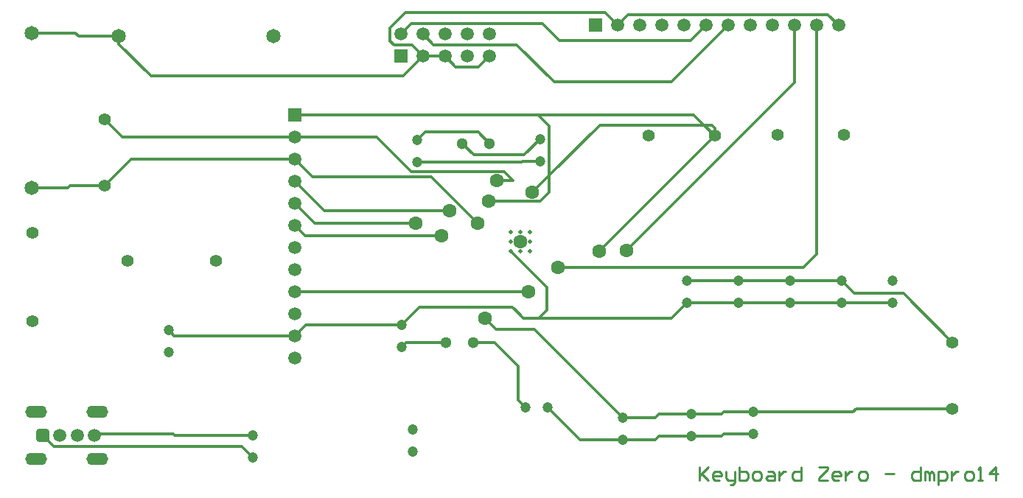
<source format=gbl>
%FSLAX25Y25*%
%MOIN*%
G70*
G01*
G75*
G04 Layer_Physical_Order=3*
G04 Layer_Color=16711680*
%ADD10O,0.02953X0.01181*%
%ADD11O,0.01181X0.02953*%
%ADD12R,0.14173X0.14173*%
%ADD13R,0.12992X0.09449*%
%ADD14R,0.05118X0.02165*%
%ADD15C,0.01181*%
%ADD16C,0.05512*%
%ADD17C,0.04724*%
%ADD18C,0.05118*%
%ADD19R,0.05906X0.05906*%
%ADD20C,0.05906*%
%ADD21R,0.05906X0.05906*%
%ADD22C,0.06496*%
%ADD23O,0.09843X0.05512*%
G04:AMPARAMS|DCode=24|XSize=59.84mil|YSize=59.84mil|CornerRadius=14.96mil|HoleSize=0mil|Usage=FLASHONLY|Rotation=270.000|XOffset=0mil|YOffset=0mil|HoleType=Round|Shape=RoundedRectangle|*
%AMROUNDEDRECTD24*
21,1,0.05984,0.02992,0,0,270.0*
21,1,0.02992,0.05984,0,0,270.0*
1,1,0.02992,-0.01496,-0.01496*
1,1,0.02992,-0.01496,0.01496*
1,1,0.02992,0.01496,0.01496*
1,1,0.02992,0.01496,-0.01496*
%
%ADD24ROUNDEDRECTD24*%
%ADD25C,0.05984*%
%ADD26C,0.06299*%
%ADD27C,0.01969*%
%ADD28C,0.04000*%
%ADD29C,0.07347*%
%ADD30C,0.06756*%
%ADD31C,0.06756*%
%ADD32C,0.07543*%
%ADD33C,0.07937*%
%ADD34O,0.09906X0.06953*%
%ADD35C,0.01000*%
D15*
X460500Y389500D02*
X520500D01*
X453500D02*
X460500D01*
X464000Y393000D01*
Y403339D01*
X448479Y394521D02*
X453500Y389500D01*
X520500D02*
X527500Y396500D01*
X448479Y394521D02*
X452030Y390970D01*
X447669Y419669D02*
X464000Y403339D01*
X458500Y384500D02*
X498500Y344500D01*
X441100Y384500D02*
X458500D01*
X436000Y389600D02*
X441100Y384500D01*
X350000Y401500D02*
X455600D01*
X284900Y499100D02*
X399100D01*
X270500Y513500D02*
X284900Y499100D01*
X270500Y513500D02*
Y517000D01*
X451000Y352500D02*
Y367800D01*
X440300Y378500D02*
X451000Y367800D01*
X430602Y378500D02*
X440300D01*
X527500Y406500D02*
X550750D01*
X574000D01*
X597250D01*
X529500Y346000D02*
X543000D01*
X544000Y347000D01*
X557500D01*
X498500Y344500D02*
X513200D01*
X514700Y346000D01*
X529500D01*
X408000Y508000D02*
X418000D01*
X529500Y336000D02*
X543000D01*
X544000Y337000D01*
X557500D01*
X498500Y334500D02*
X513200D01*
X514700Y336000D01*
X529500D01*
X527500Y396500D02*
X550750D01*
X574000D01*
X597250D01*
X620500D01*
X591200Y526800D02*
X596000Y522000D01*
X500800Y526800D02*
X591200D01*
X496000Y522000D02*
X500800Y526800D01*
X408000Y518000D02*
X412800Y513200D01*
X450500D01*
X467400Y496300D01*
X520300D01*
X546000Y522000D01*
X529000Y515000D02*
X536000Y522000D01*
X469800Y515000D02*
X529000D01*
X462000Y522800D02*
X469800Y515000D01*
X402800Y522800D02*
X462000D01*
X398000Y518000D02*
X402800Y522800D01*
X399100Y499100D02*
X408000Y508000D01*
X326000Y331500D02*
X331000Y326500D01*
X241051Y331500D02*
X326000D01*
X235551Y337000D02*
X241051Y331500D01*
X625300Y400700D02*
X647500Y378500D01*
X603050Y400700D02*
X625300D01*
X597250Y406500D02*
X603050Y400700D01*
X405500Y460000D02*
X452643D01*
X453143Y460500D01*
X461000D01*
X398500Y386500D02*
X406521Y394521D01*
X350000Y451500D02*
X363300Y438200D01*
X419900D01*
X437700Y442400D02*
X461200D01*
X465200Y446400D01*
X460000Y481500D02*
X465200Y476300D01*
X231000Y518500D02*
X250800D01*
X252300Y517000D01*
X270500D01*
X433200Y503200D02*
X438000Y508000D01*
X422800Y503200D02*
X433200D01*
X418000Y508000D02*
X422800Y503200D01*
X293000Y384000D02*
X295500Y381500D01*
X350000D01*
X355000Y386500D01*
X398500D01*
X259173Y337000D02*
X295100D01*
X295600Y336500D01*
X331000D01*
X557500Y347000D02*
X602500D01*
X604000Y348500D01*
X647500D01*
X398500Y376500D02*
X400500Y378500D01*
X418398D01*
X231000Y448500D02*
X247500D01*
X248500Y449500D01*
X264000D01*
Y479500D02*
X272000Y471500D01*
X350000D01*
X469120Y412400D02*
X580000D01*
X586000Y418400D01*
Y522000D01*
X487700Y419700D02*
X540000Y472000D01*
X538750Y476800D02*
X540000Y475550D01*
Y472000D02*
Y475550D01*
X500000Y420000D02*
X576000Y496000D01*
Y522000D01*
X350000Y431500D02*
X354700Y426800D01*
X416500D01*
X359100Y432400D02*
X404800D01*
X350000Y441500D02*
X359100Y432400D01*
X350000Y471500D02*
X387200D01*
X402834Y455866D01*
X444834D01*
X448800Y451900D01*
X441300D02*
X448800D01*
X264000Y449500D02*
X276000Y461500D01*
X350000D01*
X357996Y453504D01*
X411776D01*
X432879Y432401D01*
X453800Y463300D02*
X461000Y470500D01*
X431098Y463300D02*
X453800D01*
X425898Y468500D02*
X431098Y463300D01*
X432902Y473700D02*
X438102Y468500D01*
X409200Y473700D02*
X432902D01*
X405500Y470000D02*
X409200Y473700D01*
X490300Y527700D02*
X496000Y522000D01*
X400000Y527700D02*
X490300D01*
X393200Y520900D02*
X400000Y527700D01*
X393200Y514900D02*
Y520900D01*
Y514900D02*
X395000Y513100D01*
X402900D01*
X408000Y508000D01*
X350000Y481500D02*
X460000D01*
X530500D01*
X465200Y446400D02*
Y454100D01*
Y476300D01*
X457500Y446400D02*
X465200Y454100D01*
X487900Y476800D01*
X530500Y481500D02*
X535200Y476800D01*
X540000Y472000D01*
X487900Y476800D02*
X535200D01*
X538750D01*
X451000Y352500D02*
X454500Y349000D01*
X464500D02*
X479000Y334500D01*
X498500D01*
X406521Y394521D02*
X448479D01*
D16*
X568500Y472500D02*
D03*
X598500D02*
D03*
X231500Y428000D02*
D03*
Y388000D02*
D03*
X647500Y348500D02*
D03*
Y378500D02*
D03*
X510000Y472000D02*
D03*
X540000D02*
D03*
X264000Y449500D02*
D03*
Y479500D02*
D03*
X314500Y415500D02*
D03*
X274500D02*
D03*
D17*
X498500Y344500D02*
D03*
Y334500D02*
D03*
X529500Y346000D02*
D03*
Y336000D02*
D03*
X557500Y347000D02*
D03*
Y337000D02*
D03*
X461000Y470500D02*
D03*
Y460500D02*
D03*
X293000Y374000D02*
D03*
Y384000D02*
D03*
X403500Y329000D02*
D03*
Y339000D02*
D03*
X331000Y326500D02*
D03*
Y336500D02*
D03*
X527500Y406500D02*
D03*
Y396500D02*
D03*
X550750Y406500D02*
D03*
Y396500D02*
D03*
X574000Y406500D02*
D03*
Y396500D02*
D03*
X597250Y406500D02*
D03*
Y396500D02*
D03*
X620500Y406500D02*
D03*
Y396500D02*
D03*
X454500Y349000D02*
D03*
X464500D02*
D03*
X398500Y376500D02*
D03*
Y386500D02*
D03*
X405500Y470000D02*
D03*
Y460000D02*
D03*
D18*
X438102Y468500D02*
D03*
X425898D02*
D03*
X430602Y378500D02*
D03*
X418398D02*
D03*
D19*
X486000Y522000D02*
D03*
X398000Y508000D02*
D03*
D20*
X496000Y522000D02*
D03*
X506000D02*
D03*
X516000D02*
D03*
X526000D02*
D03*
X536000D02*
D03*
X546000D02*
D03*
X556000D02*
D03*
X566000D02*
D03*
X576000D02*
D03*
X586000D02*
D03*
X596000D02*
D03*
X350000Y471500D02*
D03*
Y461500D02*
D03*
Y451500D02*
D03*
Y441500D02*
D03*
Y431500D02*
D03*
Y421500D02*
D03*
Y411500D02*
D03*
Y401500D02*
D03*
Y391500D02*
D03*
Y381500D02*
D03*
Y371500D02*
D03*
X398000Y518000D02*
D03*
X408000Y508000D02*
D03*
Y518000D02*
D03*
X418000Y508000D02*
D03*
Y518000D02*
D03*
X428000Y508000D02*
D03*
Y518000D02*
D03*
X438000Y508000D02*
D03*
Y518000D02*
D03*
D21*
X350000Y481500D02*
D03*
D22*
X231000Y518500D02*
D03*
Y448500D02*
D03*
X270500Y517000D02*
D03*
X340500D02*
D03*
D23*
X260618Y347268D02*
D03*
Y325732D02*
D03*
X233059D02*
D03*
Y347268D02*
D03*
D24*
X235933Y336500D02*
D03*
D25*
X243807D02*
D03*
X251681D02*
D03*
X259555D02*
D03*
D26*
X455600Y401500D02*
D03*
X436000Y389600D02*
D03*
X419900Y438200D02*
D03*
X437700Y442400D02*
D03*
X452000Y424000D02*
D03*
X469120Y412400D02*
D03*
X487700Y419700D02*
D03*
X457500Y446400D02*
D03*
X500000Y420000D02*
D03*
X416500Y426800D02*
D03*
X404800Y432400D02*
D03*
X441300Y451900D02*
D03*
X432879Y432401D02*
D03*
D27*
X447669Y428331D02*
D03*
X452000D02*
D03*
X456331D02*
D03*
X447669Y424000D02*
D03*
X452000D02*
D03*
X456331D02*
D03*
X447669Y419669D02*
D03*
X452000D02*
D03*
X456331D02*
D03*
D35*
X533000Y321998D02*
Y316000D01*
Y317999D01*
X536999Y321998D01*
X534000Y318999D01*
X536999Y316000D01*
X541997D02*
X539998D01*
X538998Y317000D01*
Y318999D01*
X539998Y319999D01*
X541997D01*
X542997Y318999D01*
Y317999D01*
X538998D01*
X544996Y319999D02*
Y317000D01*
X545996Y316000D01*
X548995D01*
Y315000D01*
X547995Y314001D01*
X546995D01*
X548995Y316000D02*
Y319999D01*
X550994Y321998D02*
Y316000D01*
X553993D01*
X554993Y317000D01*
Y317999D01*
Y318999D01*
X553993Y319999D01*
X550994D01*
X557992Y316000D02*
X559991D01*
X560991Y317000D01*
Y318999D01*
X559991Y319999D01*
X557992D01*
X556992Y318999D01*
Y317000D01*
X557992Y316000D01*
X563990Y319999D02*
X565989D01*
X566989Y318999D01*
Y316000D01*
X563990D01*
X562990Y317000D01*
X563990Y317999D01*
X566989D01*
X568988Y319999D02*
Y316000D01*
Y317999D01*
X569988Y318999D01*
X570988Y319999D01*
X571987D01*
X578985Y321998D02*
Y316000D01*
X575986D01*
X574986Y317000D01*
Y318999D01*
X575986Y319999D01*
X578985D01*
X586982Y321998D02*
X590981D01*
Y320998D01*
X586982Y317000D01*
Y316000D01*
X590981D01*
X595980D02*
X593980D01*
X592981Y317000D01*
Y318999D01*
X593980Y319999D01*
X595980D01*
X596979Y318999D01*
Y317999D01*
X592981D01*
X598979Y319999D02*
Y316000D01*
Y317999D01*
X599978Y318999D01*
X600978Y319999D01*
X601978D01*
X605976Y316000D02*
X607976D01*
X608975Y317000D01*
Y318999D01*
X607976Y319999D01*
X605976D01*
X604977Y318999D01*
Y317000D01*
X605976Y316000D01*
X616973Y318999D02*
X620972D01*
X632968Y321998D02*
Y316000D01*
X629969D01*
X628969Y317000D01*
Y318999D01*
X629969Y319999D01*
X632968D01*
X634967Y316000D02*
Y319999D01*
X635967D01*
X636966Y318999D01*
Y316000D01*
Y318999D01*
X637966Y319999D01*
X638966Y318999D01*
Y316000D01*
X640965Y314001D02*
Y319999D01*
X643964D01*
X644964Y318999D01*
Y317000D01*
X643964Y316000D01*
X640965D01*
X646963Y319999D02*
Y316000D01*
Y317999D01*
X647963Y318999D01*
X648962Y319999D01*
X649962D01*
X653961Y316000D02*
X655960D01*
X656960Y317000D01*
Y318999D01*
X655960Y319999D01*
X653961D01*
X652961Y318999D01*
Y317000D01*
X653961Y316000D01*
X658959D02*
X660959D01*
X659959D01*
Y321998D01*
X658959Y320998D01*
X666957Y316000D02*
Y321998D01*
X663958Y318999D01*
X667956D01*
M02*

</source>
